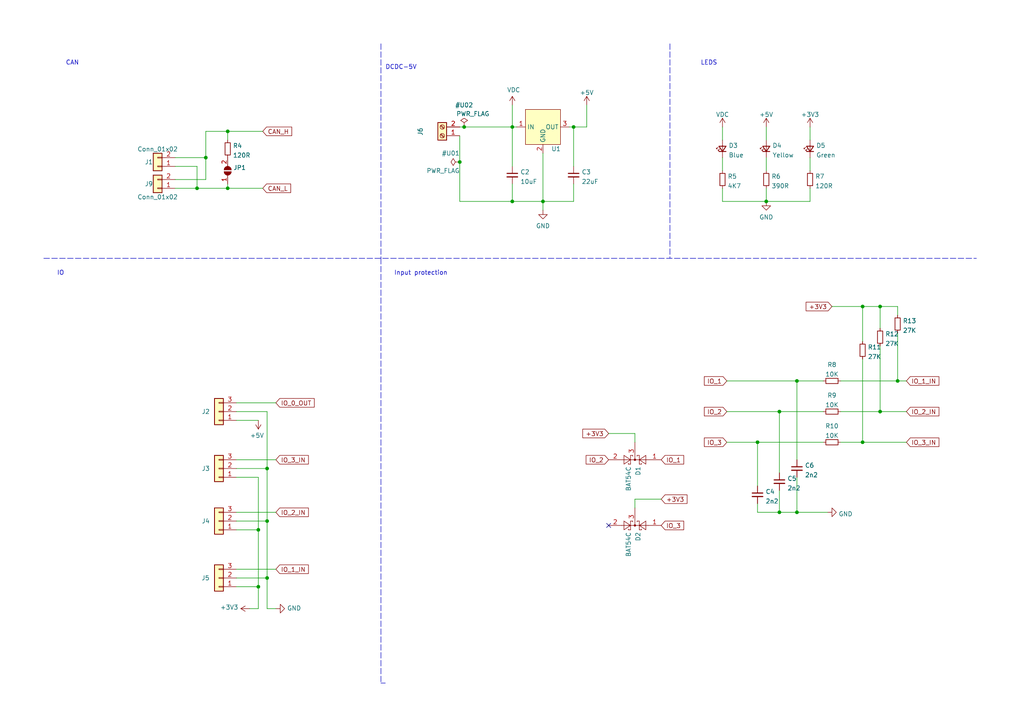
<source format=kicad_sch>
(kicad_sch (version 20211123) (generator eeschema)
  (paper "A4")
  (title_block (title "Canned ERCF Board") (date "2022-02-09") (rev "v1.0-beta2") (comment 1 "License: GPLv3") (comment 2 "by Gixxerfast based on design by Tircown"))
  (lib_symbols
    (symbol "Connector:Screw_Terminal_01x02" (pin_names (offset 1.016) hide)
      (property "Reference" "J" (at 0 2.54 0))
      (property "Value" "Screw_Terminal_01x02" (at 0 -5.08 0))
      (symbol "Screw_Terminal_01x02_1_1"
        (rectangle (start -1.27 1.27) (end 1.27 -3.81) (stroke (width 0.254)) (fill (type background)))
        (circle (center 0 -2.54) (radius 0.635) (stroke (width 0.1524)))
        (polyline (pts (xy -0.5334 -2.2098) (xy 0.3302 -3.048)) (stroke (width 0.1524)))
        (polyline (pts (xy -0.5334 0.3302) (xy 0.3302 -0.508)) (stroke (width 0.1524)))
        (polyline (pts (xy -0.3556 -2.032) (xy 0.508 -2.8702)) (stroke (width 0.1524)))
        (polyline (pts (xy -0.3556 0.508) (xy 0.508 -0.3302)) (stroke (width 0.1524)))
        (circle (center 0 0) (radius 0.635) (stroke (width 0.1524)))
        (pin passive line (at -5.08 0 0) (length 3.81) (name "Pin_1") (number "1"))
        (pin passive line (at -5.08 -2.54 0) (length 3.81) (name "Pin_2") (number "2"))
      )
    )
    (symbol "Connector_Generic:Conn_01x02" (pin_names (offset 1.016) hide)
      (property "Reference" "J" (at 0 2.54 0))
      (property "Value" "Conn_01x02" (at 0 -5.08 0))
      (symbol "Conn_01x02_1_1"
        (rectangle (start -1.27 -2.413) (end 0 -2.667) (stroke (width 0.1524)))
        (rectangle (start -1.27 0.127) (end 0 -0.127) (stroke (width 0.1524)))
        (rectangle (start -1.27 1.27) (end 1.27 -3.81) (stroke (width 0.254)) (fill (type background)))
        (pin passive line (at -5.08 0 0) (length 3.81) (name "Pin_1") (number "1"))
        (pin passive line (at -5.08 -2.54 0) (length 3.81) (name "Pin_2") (number "2"))
      )
    )
    (symbol "Connector_Generic:Conn_01x03" (pin_names (offset 1.016) hide)
      (property "Reference" "J" (at 0 5.08 0))
      (property "Value" "Conn_01x03" (at 0 -5.08 0))
      (symbol "Conn_01x03_1_1"
        (rectangle (start -1.27 -2.413) (end 0 -2.667) (stroke (width 0.1524)))
        (rectangle (start -1.27 0.127) (end 0 -0.127) (stroke (width 0.1524)))
        (rectangle (start -1.27 2.667) (end 0 2.413) (stroke (width 0.1524)))
        (rectangle (start -1.27 3.81) (end 1.27 -3.81) (stroke (width 0.254)) (fill (type background)))
        (pin passive line (at -5.08 2.54 0) (length 3.81) (name "Pin_1") (number "1"))
        (pin passive line (at -5.08 0 0) (length 3.81) (name "Pin_2") (number "2"))
        (pin passive line (at -5.08 -2.54 0) (length 3.81) (name "Pin_3") (number "3"))
      )
    )
    (symbol "Device:C_Small" (pin_numbers hide) (pin_names (offset 0.254) hide)
      (property "Reference" "C" (at 0.254 1.778 0))
      (property "Value" "C_Small" (at 0.254 -2.032 0))
      (symbol "C_Small_0_1"
        (polyline (pts (xy -1.524 -0.508) (xy 1.524 -0.508)) (stroke (width 0.3302)))
        (polyline (pts (xy -1.524 0.508) (xy 1.524 0.508)) (stroke (width 0.3048)))
      )
      (symbol "C_Small_1_1"
        (pin passive line (at 0 2.54 270) (length 2.032) (name "~") (number "1"))
        (pin passive line (at 0 -2.54 90) (length 2.032) (name "~") (number "2"))
      )
    )
    (symbol "Device:LED_Small" (pin_numbers hide) (pin_names (offset 0.254) hide)
      (property "Reference" "D" (at -1.27 3.175 0))
      (property "Value" "LED_Small" (at -4.445 -2.54 0))
      (symbol "LED_Small_0_1"
        (polyline (pts (xy -0.762 -1.016) (xy -0.762 1.016)) (stroke (width 0.254)))
        (polyline (pts (xy 1.016 0) (xy -0.762 0)))
        (polyline (pts (xy 0.762 -1.016) (xy -0.762 0) (xy 0.762 1.016) (xy 0.762 -1.016)) (stroke (width 0.254)))
        (polyline (pts (xy 0 0.762) (xy -0.508 1.27) (xy -0.254 1.27) (xy -0.508 1.27) (xy -0.508 1.016)))
        (polyline (pts (xy 0.508 1.27) (xy 0 1.778) (xy 0.254 1.778) (xy 0 1.778) (xy 0 1.524)))
      )
      (symbol "LED_Small_1_1"
        (pin passive line (at -2.54 0 0) (length 1.778) (name "K") (number "1"))
        (pin passive line (at 2.54 0 180) (length 1.778) (name "A") (number "2"))
      )
    )
    (symbol "Device:R_Small" (pin_numbers hide) (pin_names (offset 0.254) hide)
      (property "Reference" "R" (at 0.762 0.508 0))
      (property "Value" "R_Small" (at 0.762 -1.016 0))
      (symbol "R_Small_0_1"
        (rectangle (start -0.762 1.778) (end 0.762 -1.778) (stroke (width 0.2032)))
      )
      (symbol "R_Small_1_1"
        (pin passive line (at 0 2.54 270) (length 0.762) (name "~") (number "1"))
        (pin passive line (at 0 -2.54 90) (length 0.762) (name "~") (number "2"))
      )
    )
    (symbol "Diode:BAT54C" (pin_names (offset 1.016))
      (property "Reference" "D" (at 0.635 -3.81 0))
      (property "Value" "BAT54C" (at -6.35 3.175 0))
      (symbol "BAT54C_0_1"
        (polyline (pts (xy -1.905 0) (xy 1.905 0)))
        (polyline (pts (xy -1.905 1.27) (xy -1.905 1.016)))
        (polyline (pts (xy -1.27 -1.27) (xy -0.635 -1.27)))
        (polyline (pts (xy -1.27 0) (xy -3.81 0)))
        (polyline (pts (xy -1.27 1.27) (xy -1.905 1.27)))
        (polyline (pts (xy -1.27 1.27) (xy -1.27 -1.27)))
        (polyline (pts (xy -0.635 -1.27) (xy -0.635 -1.016)))
        (polyline (pts (xy 0.635 -1.27) (xy 0.635 -1.016)))
        (polyline (pts (xy 1.27 -1.27) (xy 0.635 -1.27)))
        (polyline (pts (xy 1.27 1.27) (xy 1.27 -1.27)))
        (polyline (pts (xy 1.27 1.27) (xy 1.905 1.27)))
        (polyline (pts (xy 1.905 1.27) (xy 1.905 1.016)))
        (polyline (pts (xy 3.81 0) (xy 1.27 0)))
        (polyline (pts (xy -3.175 -1.27) (xy -3.175 1.27) (xy -1.27 0) (xy -3.175 -1.27)))
        (polyline (pts (xy 3.175 -1.27) (xy 3.175 1.27) (xy 1.27 0) (xy 3.175 -1.27)))
        (circle (center 0 0) (radius 0.254) (fill (type outline)))
      )
      (symbol "BAT54C_1_1"
        (pin passive line (at -7.62 0 0) (length 3.81) (name "~") (number "1"))
        (pin passive line (at 7.62 0 180) (length 3.81) (name "~") (number "2"))
        (pin passive line (at 0 -5.08 90) (length 5.08) (name "~") (number "3"))
      )
    )
    (symbol "Jumper:SolderJumper_2_Open" (pin_names (offset 0) hide)
      (property "Reference" "JP" (at 0 2.032 0))
      (property "Value" "SolderJumper_2_Open" (at 0 -2.54 0))
      (symbol "SolderJumper_2_Open_0_1"
        (arc (start -0.254 1.016) (mid -1.27 0) (end -0.254 -1.016))
        (arc (start -0.254 1.016) (mid -1.27 0) (end -0.254 -1.016) (fill (type outline)))
        (polyline (pts (xy -0.254 1.016) (xy -0.254 -1.016)))
        (polyline (pts (xy 0.254 1.016) (xy 0.254 -1.016)))
        (arc (start 0.254 -1.016) (mid 1.27 0) (end 0.254 1.016))
        (arc (start 0.254 -1.016) (mid 1.27 0) (end 0.254 1.016) (fill (type outline)))
      )
      (symbol "SolderJumper_2_Open_1_1"
        (pin passive line (at -3.81 0 0) (length 2.54) (name "A") (number "1"))
        (pin passive line (at 3.81 0 180) (length 2.54) (name "B") (number "2"))
      )
    )
    (symbol "canned-ercf-board:Switching_Regulator_LMP78_05-1.5"
      (property "Reference" "U" (at -3.81 6.35 0))
      (property "Value" "Switching_Regulator_LMP78_05-1.5" (at -3.81 11.43 0))
      (symbol "Switching_Regulator_LMP78_05-1.5_0_1"
        (rectangle (start -5.08 5.08) (end 5.08 -5.08) (stroke (width 0.1524)) (fill (type background)))
      )
      (symbol "Switching_Regulator_LMP78_05-1.5_1_1"
        (pin power_in line (at -7.62 0 0) (length 2.54) (name "IN") (number "1"))
        (pin power_in line (at 0 -7.62 90) (length 2.54) (name "GND") (number "2"))
        (pin power_out line (at 7.62 0 180) (length 2.54) (name "OUT") (number "3"))
      )
    )
    (symbol "power:+3V3" (power) (pin_names (offset 0))
      (property "Value" "+3V3" (at 0 3.556 0))
      (symbol "+3V3_0_1"
        (polyline (pts (xy -0.762 1.27) (xy 0 2.54)))
        (polyline (pts (xy 0 0) (xy 0 2.54)))
        (polyline (pts (xy 0 2.54) (xy 0.762 1.27)))
      )
      (symbol "+3V3_1_1"
        (pin power_in line (at 0 0 90) (length 0) hide (name "+3V3") (number "1"))
      )
    )
    (symbol "power:+5V" (power) (pin_names (offset 0))
      (property "Value" "+5V" (at 0 3.556 0))
      (symbol "+5V_0_1"
        (polyline (pts (xy -0.762 1.27) (xy 0 2.54)))
        (polyline (pts (xy 0 0) (xy 0 2.54)))
        (polyline (pts (xy 0 2.54) (xy 0.762 1.27)))
      )
      (symbol "+5V_1_1"
        (pin power_in line (at 0 0 90) (length 0) hide (name "+5V") (number "1"))
      )
    )
    (symbol "power:GND" (power) (pin_names (offset 0))
      (property "Value" "GND" (at 0 -3.81 0))
      (symbol "GND_0_1"
        (polyline (pts (xy 0 0) (xy 0 -1.27) (xy 1.27 -1.27) (xy 0 -2.54) (xy -1.27 -1.27) (xy 0 -1.27)))
      )
      (symbol "GND_1_1"
        (pin power_in line (at 0 0 270) (length 0) hide (name "GND") (number "1"))
      )
    )
    (symbol "power:PWR_FLAG" (power) (pin_numbers hide) (pin_names (offset 0) hide)
      (property "Value" "PWR_FLAG" (at 0 3.81 0))
      (symbol "PWR_FLAG_0_0"
        (pin power_out line (at 0 0 90) (length 0) (name "pwr") (number "1"))
      )
      (symbol "PWR_FLAG_0_1"
        (polyline (pts (xy 0 0) (xy 0 1.27) (xy -1.016 1.905) (xy 0 2.54) (xy 1.016 1.905) (xy 0 1.27)))
      )
    )
    (symbol "power:VDC" (power) (pin_names (offset 0))
      (property "Value" "VDC" (at 0 6.35 0))
      (symbol "VDC_0_1"
        (polyline (pts (xy -0.762 1.27) (xy 0 2.54)))
        (polyline (pts (xy 0 0) (xy 0 2.54)))
        (polyline (pts (xy 0 2.54) (xy 0.762 1.27)))
      )
      (symbol "VDC_1_1"
        (pin power_in line (at 0 0 90) (length 0) hide (name "VDC") (number "1"))
      )
    )
  )
  (junction (at 231.14 148.59))
  (junction (at 148.59 58.42))
  (junction (at 157.48 58.42))
  (junction (at 148.59 36.83))
  (junction (at 219.71 128.27))
  (junction (at 250.19 128.27))
  (junction (at 133.35 46.99))
  (junction (at 77.47 135.89))
  (junction (at 74.93 153.67))
  (junction (at 250.19 88.9))
  (junction (at 57.15 54.61))
  (junction (at 231.14 110.49))
  (junction (at 226.06 148.59))
  (junction (at 255.27 88.9))
  (junction (at 226.06 119.38))
  (junction (at 255.27 119.38))
  (junction (at 66.04 38.1))
  (junction (at 77.47 167.64))
  (junction (at 260.35 110.49))
  (junction (at 77.47 151.13))
  (junction (at 222.25 58.42))
  (junction (at 66.04 54.61))
  (junction (at 166.37 36.83))
  (junction (at 74.93 170.18))
  (junction (at 134.62 36.83))
  (junction (at 59.69 45.72))
  (no_connect (at 176.53 152.4))
  (wire (pts (xy 57.15 48.26) (xy 57.15 54.61)))
  (wire (pts (xy 77.47 167.64) (xy 77.47 176.53)))
  (wire (pts (xy 165.1 36.83) (xy 166.37 36.83)))
  (wire (pts (xy 74.93 170.18) (xy 74.93 176.53)))
  (wire (pts (xy 184.15 144.78) (xy 184.15 147.32)))
  (wire (pts (xy 59.69 38.1) (xy 59.69 45.72)))
  (wire (pts (xy 68.58 119.38) (xy 77.47 119.38)))
  (wire (pts (xy 219.71 128.27) (xy 238.76 128.27)))
  (polyline (pts (xy 110.49 198.12) (xy 111.76 198.12)))
  (wire (pts (xy 234.95 58.42) (xy 222.25 58.42)))
  (wire (pts (xy 166.37 53.34) (xy 166.37 58.42)))
  (wire (pts (xy 209.55 45.72) (xy 209.55 49.53)))
  (wire (pts (xy 133.35 36.83) (xy 134.62 36.83)))
  (wire (pts (xy 166.37 36.83) (xy 170.18 36.83)))
  (wire (pts (xy 250.19 128.27) (xy 262.89 128.27)))
  (wire (pts (xy 50.8 52.07) (xy 59.69 52.07)))
  (wire (pts (xy 209.55 36.83) (xy 209.55 40.64)))
  (wire (pts (xy 250.19 88.9) (xy 250.19 99.06)))
  (wire (pts (xy 134.62 36.83) (xy 148.59 36.83)))
  (wire (pts (xy 68.58 167.64) (xy 77.47 167.64)))
  (wire (pts (xy 50.8 45.72) (xy 59.69 45.72)))
  (wire (pts (xy 243.84 119.38) (xy 255.27 119.38)))
  (wire (pts (xy 77.47 135.89) (xy 77.47 151.13)))
  (wire (pts (xy 209.55 54.61) (xy 209.55 58.42)))
  (wire (pts (xy 219.71 148.59) (xy 226.06 148.59)))
  (wire (pts (xy 66.04 38.1) (xy 66.04 40.64)))
  (wire (pts (xy 66.04 54.61) (xy 76.2 54.61)))
  (wire (pts (xy 74.93 176.53) (xy 72.39 176.53)))
  (wire (pts (xy 68.58 165.1) (xy 80.01 165.1)))
  (polyline (pts (xy 110.49 74.93) (xy 110.49 198.12)))
  (wire (pts (xy 219.71 146.05) (xy 219.71 148.59)))
  (wire (pts (xy 157.48 58.42) (xy 157.48 60.96)))
  (wire (pts (xy 77.47 176.53) (xy 80.01 176.53)))
  (wire (pts (xy 222.25 36.83) (xy 222.25 40.64)))
  (wire (pts (xy 250.19 88.9) (xy 255.27 88.9)))
  (wire (pts (xy 166.37 36.83) (xy 166.37 48.26)))
  (wire (pts (xy 50.8 54.61) (xy 57.15 54.61)))
  (wire (pts (xy 241.3 88.9) (xy 250.19 88.9)))
  (wire (pts (xy 260.35 110.49) (xy 262.89 110.49)))
  (wire (pts (xy 219.71 128.27) (xy 219.71 140.97)))
  (wire (pts (xy 234.95 45.72) (xy 234.95 49.53)))
  (wire (pts (xy 234.95 36.83) (xy 234.95 40.64)))
  (wire (pts (xy 210.82 128.27) (xy 219.71 128.27)))
  (wire (pts (xy 74.93 121.92) (xy 68.58 121.92)))
  (wire (pts (xy 74.93 138.43) (xy 68.58 138.43)))
  (wire (pts (xy 176.53 125.73) (xy 184.15 125.73)))
  (polyline (pts (xy 194.31 12.7) (xy 194.31 74.93)))
  (wire (pts (xy 222.25 45.72) (xy 222.25 49.53)))
  (wire (pts (xy 74.93 153.67) (xy 74.93 170.18)))
  (wire (pts (xy 231.14 148.59) (xy 240.03 148.59)))
  (wire (pts (xy 148.59 58.42) (xy 157.48 58.42)))
  (wire (pts (xy 255.27 100.33) (xy 255.27 119.38)))
  (wire (pts (xy 66.04 53.34) (xy 66.04 54.61)))
  (wire (pts (xy 68.58 151.13) (xy 77.47 151.13)))
  (wire (pts (xy 243.84 128.27) (xy 250.19 128.27)))
  (wire (pts (xy 191.77 144.78) (xy 184.15 144.78)))
  (wire (pts (xy 226.06 119.38) (xy 226.06 137.16)))
  (wire (pts (xy 50.8 48.26) (xy 57.15 48.26)))
  (wire (pts (xy 68.58 148.59) (xy 80.01 148.59)))
  (wire (pts (xy 250.19 104.14) (xy 250.19 128.27)))
  (wire (pts (xy 210.82 110.49) (xy 231.14 110.49)))
  (wire (pts (xy 77.47 151.13) (xy 77.47 167.64)))
  (wire (pts (xy 133.35 39.37) (xy 133.35 46.99)))
  (wire (pts (xy 255.27 119.38) (xy 262.89 119.38)))
  (wire (pts (xy 148.59 53.34) (xy 148.59 58.42)))
  (wire (pts (xy 231.14 110.49) (xy 238.76 110.49)))
  (wire (pts (xy 74.93 138.43) (xy 74.93 153.67)))
  (wire (pts (xy 226.06 148.59) (xy 231.14 148.59)))
  (wire (pts (xy 66.04 38.1) (xy 76.2 38.1)))
  (wire (pts (xy 166.37 58.42) (xy 157.48 58.42)))
  (wire (pts (xy 243.84 110.49) (xy 260.35 110.49)))
  (wire (pts (xy 222.25 54.61) (xy 222.25 58.42)))
  (wire (pts (xy 68.58 116.84) (xy 80.01 116.84)))
  (wire (pts (xy 59.69 45.72) (xy 59.69 52.07)))
  (wire (pts (xy 148.59 36.83) (xy 149.86 36.83)))
  (wire (pts (xy 184.15 125.73) (xy 184.15 128.27)))
  (wire (pts (xy 68.58 153.67) (xy 74.93 153.67)))
  (wire (pts (xy 234.95 54.61) (xy 234.95 58.42)))
  (wire (pts (xy 133.35 58.42) (xy 148.59 58.42)))
  (wire (pts (xy 57.15 54.61) (xy 66.04 54.61)))
  (wire (pts (xy 226.06 119.38) (xy 238.76 119.38)))
  (wire (pts (xy 59.69 38.1) (xy 66.04 38.1)))
  (wire (pts (xy 260.35 96.52) (xy 260.35 110.49)))
  (polyline (pts (xy 12.7 74.93) (xy 283.21 74.93)))
  (wire (pts (xy 255.27 88.9) (xy 255.27 95.25)))
  (wire (pts (xy 170.18 30.48) (xy 170.18 36.83)))
  (wire (pts (xy 260.35 88.9) (xy 260.35 91.44)))
  (wire (pts (xy 133.35 46.99) (xy 133.35 58.42)))
  (wire (pts (xy 157.48 44.45) (xy 157.48 58.42)))
  (wire (pts (xy 77.47 119.38) (xy 77.47 135.89)))
  (wire (pts (xy 68.58 170.18) (xy 74.93 170.18)))
  (wire (pts (xy 231.14 110.49) (xy 231.14 133.35)))
  (wire (pts (xy 255.27 88.9) (xy 260.35 88.9)))
  (wire (pts (xy 77.47 135.89) (xy 68.58 135.89)))
  (wire (pts (xy 68.58 133.35) (xy 80.01 133.35)))
  (wire (pts (xy 148.59 30.48) (xy 148.59 36.83)))
  (wire (pts (xy 148.59 36.83) (xy 148.59 48.26)))
  (wire (pts (xy 231.14 138.43) (xy 231.14 148.59)))
  (wire (pts (xy 226.06 142.24) (xy 226.06 148.59)))
  (wire (pts (xy 210.82 119.38) (xy 226.06 119.38)))
  (polyline (pts (xy 110.49 12.7) (xy 110.49 74.93)))
  (wire (pts (xy 209.55 58.42) (xy 222.25 58.42)))
  (text "CAN" (at 19.05 19.05 0) (effects (font (size 1.27 1.27)) (justify left bottom)))
  (text "Input protection" (at 114.3 80.01 0) (effects (font (size 1.27 1.27)) (justify left bottom)))
  (text "IO" (at 16.51 80.01 0) (effects (font (size 1.27 1.27)) (justify left bottom)))
  (text "LEDS" (at 203.2 19.05 0) (effects (font (size 1.27 1.27)) (justify left bottom)))
  (text "DCDC-5V" (at 111.76 20.32 0) (effects (font (size 1.27 1.27)) (justify left bottom)))
  (global_label "IO_2_IN" (shape input) (at 262.89 119.38 0) (property "Intersheet References" "${INTERSHEET_REFS}" (effects hide)))
  (global_label "IO_0_OUT" (shape input) (at 80.01 116.84 0) (property "Intersheet References" "${INTERSHEET_REFS}" (effects hide)))
  (global_label "+3V3" (shape input) (at 176.53 125.73 180) (property "Intersheet References" "${INTERSHEET_REFS}" (effects hide)))
  (global_label "IO_1_IN" (shape input) (at 262.89 110.49 0) (property "Intersheet References" "${INTERSHEET_REFS}" (effects hide)))
  (global_label "IO_1" (shape input) (at 191.77 133.35 0) (property "Intersheet References" "${INTERSHEET_REFS}" (effects hide)))
  (global_label "IO_1_IN" (shape input) (at 80.01 165.1 0) (property "Intersheet References" "${INTERSHEET_REFS}" (effects hide)))
  (global_label "+3V3" (shape input) (at 241.3 88.9 180) (property "Intersheet References" "${INTERSHEET_REFS}" (effects hide)))
  (global_label "CAN_H" (shape input) (at 76.2 38.1 0) (property "Intersheet References" "${INTERSHEET_REFS}" (effects hide)))
  (global_label "IO_2_IN" (shape input) (at 80.01 148.59 0) (property "Intersheet References" "${INTERSHEET_REFS}" (effects hide)))
  (global_label "IO_2" (shape input) (at 210.82 119.38 180) (property "Intersheet References" "${INTERSHEET_REFS}" (effects hide)))
  (global_label "IO_3" (shape input) (at 210.82 128.27 180) (property "Intersheet References" "${INTERSHEET_REFS}" (effects hide)))
  (global_label "IO_3" (shape input) (at 191.77 152.4 0) (property "Intersheet References" "${INTERSHEET_REFS}" (effects hide)))
  (global_label "IO_2" (shape input) (at 176.53 133.35 180) (property "Intersheet References" "${INTERSHEET_REFS}" (effects hide)))
  (global_label "IO_1" (shape input) (at 210.82 110.49 180) (property "Intersheet References" "${INTERSHEET_REFS}" (effects hide)))
  (global_label "CAN_L" (shape input) (at 76.2 54.61 0) (property "Intersheet References" "${INTERSHEET_REFS}" (effects hide)))
  (global_label "+3V3" (shape input) (at 191.77 144.78 0) (property "Intersheet References" "${INTERSHEET_REFS}" (effects hide)))
  (global_label "IO_3_IN" (shape input) (at 262.89 128.27 0) (property "Intersheet References" "${INTERSHEET_REFS}" (effects hide)))
  (global_label "IO_3_IN" (shape input) (at 80.01 133.35 0) (property "Intersheet References" "${INTERSHEET_REFS}" (effects hide)))
  (symbol (lib_id "power:VDC") (at 209.55 36.83 0) (unit 1)
    (property "Reference" "#PWR0101" (effects hide))
    (property "Value" "VDC" (at 209.55 33.2255 0))
  )
  (symbol (lib_id "Device:R_Small") (at 234.95 52.07 0) (unit 1)
    (property "Reference" "R7" (at 236.4486 51.1615 0) (effects (justify left)))
    (property "Value" "120R" (at 236.4486 53.9366 0) (effects (justify left)))
    (property "Footprint" "Resistor_SMD:R_0603_1608Metric" (effects hide))
    (property "LCSC" "C22787" (effects hide))
    (property "Part" "0603WAF1200T5E" (effects hide))
  )
  (symbol (lib_id "Connector:Screw_Terminal_01x02") (at 128.27 39.37 180) (unit 1) (in_bom no)
    (property "Reference" "J6" (at 121.92 39.37 90) (effects (justify right)))
    (property "Value" "Screw_Terminal_01x02" (effects hide))
    (property "Footprint" "canned-ercf-board:TerminalBlock_bornier-2_P5.08mm_2" (effects hide))
    (property "LCSC" "C91153" (effects hide))
    (property "Part" "1729128" (effects hide))
  )
  (symbol (lib_id "Connector_Generic:Conn_01x02") (at 45.72 48.26 180) (unit 1) (in_bom no)
    (property "Reference" "J1" (at 43.18 46.99 0))
    (property "Value" "Conn_01x02" (at 45.72 43.2586 0))
    (property "Footprint" "Connector_Molex:Molex_KK-254_AE-6410-02A_1x02_P2.54mm_Vertical" (effects hide))
  )
  (symbol (lib_id "Connector_Generic:Conn_01x03") (at 63.5 151.13 180) (unit 1) (in_bom no)
    (property "Reference" "J4" (at 59.69 151.13 0))
    (property "Value" "Conn_01x03_Male" (effects hide))
    (property "Footprint" "Connector_Molex:Molex_KK-254_AE-6410-03A_1x03_P2.54mm_Vertical" (effects hide))
  )
  (symbol (lib_id "Device:R_Small") (at 241.3 119.38 90) (unit 1)
    (property "Reference" "R9" (at 241.3 114.6769 90))
    (property "Value" "10K" (at 241.3 117.452 90))
    (property "Footprint" "Resistor_SMD:R_0603_1608Metric" (effects hide))
    (property "LCSC" "C25804" (effects hide))
    (property "Part" "0603WAF1002T5E" (effects hide))
  )
  (symbol (lib_id "power:+5V") (at 170.18 30.48 0) (unit 1)
    (property "Reference" "#PWR0104" (effects hide))
    (property "Value" "+5V" (at 170.18 26.8755 0))
  )
  (symbol (lib_id "power:+5V") (at 222.25 36.83 0) (unit 1)
    (property "Reference" "#PWR0102" (effects hide))
    (property "Value" "+5V" (at 222.25 33.2255 0))
  )
  (symbol (lib_id "Connector_Generic:Conn_01x03") (at 63.5 135.89 180) (unit 1) (in_bom no)
    (property "Reference" "J3" (at 59.69 135.89 0))
    (property "Value" "Conn_01x03_Male" (effects hide))
    (property "Footprint" "Connector_Molex:Molex_KK-254_AE-6410-03A_1x03_P2.54mm_Vertical" (effects hide))
  )
  (symbol (lib_id "Device:R_Small") (at 241.3 128.27 90) (unit 1)
    (property "Reference" "R10" (at 241.3 123.5669 90))
    (property "Value" "10K" (at 241.3 126.342 90))
    (property "Footprint" "Resistor_SMD:R_0603_1608Metric" (effects hide))
    (property "LCSC" "C25804" (effects hide))
    (property "Part" "0603WAF1002T5E" (effects hide))
  )
  (symbol (lib_id "Connector_Generic:Conn_01x03") (at 63.5 167.64 180) (unit 1) (in_bom no)
    (property "Reference" "J5" (at 58.42 167.64 0) (effects (justify right)))
    (property "Value" "Conn_01x03_Male" (effects hide))
    (property "Footprint" "Connector_Molex:Molex_KK-254_AE-6410-03A_1x03_P2.54mm_Vertical" (effects hide))
  )
  (symbol (lib_id "Device:R_Small") (at 222.25 52.07 0) (unit 1)
    (property "Reference" "R6" (at 223.7486 51.1615 0) (effects (justify left)))
    (property "Value" "390R" (at 223.7486 53.9366 0) (effects (justify left)))
    (property "Footprint" "Resistor_SMD:R_0603_1608Metric" (effects hide))
    (property "LCSC" "C23151" (effects hide))
    (property "Part" "0603WAF3900T5E" (effects hide))
  )
  (symbol (lib_id "Device:C_Small") (at 219.71 143.51 0) (unit 1)
    (property "Reference" "C4" (at 222.0341 142.6078 0) (effects (justify left)))
    (property "Value" "2n2" (at 222.0341 145.3829 0) (effects (justify left)))
    (property "Footprint" "Capacitor_SMD:C_0603_1608Metric" (effects hide))
    (property "LCSC" "C1604" (effects hide))
    (property "Part" "0603B222K500NT" (effects hide))
  )
  (symbol (lib_id "canned-ercf-board:Switching_Regulator_LMP78_05-1.5") (at 157.48 36.83 0) (unit 1) (in_bom no)
    (property "Reference" "U1" (at 161.29 43.18 0))
    (property "Value" "Switching_Regulator_LMP78_05-1.5" (effects hide))
    (property "Footprint" "canned-ercf-board:Switching_regulator_POL_LMP78_1.5" (effects hide))
  )
  (symbol (lib_id "power:VDC") (at 148.59 30.48 0) (unit 1)
    (property "Reference" "#PWR0110" (effects hide))
    (property "Value" "VDC" (at 148.971 26.0858 0))
  )
  (symbol (lib_id "Device:R_Small") (at 250.19 101.6 0) (unit 1)
    (property "Reference" "R11" (at 251.6886 100.6915 0) (effects (justify left)))
    (property "Value" "27K" (at 251.6886 103.4666 0) (effects (justify left)))
    (property "Footprint" "Resistor_SMD:R_0603_1608Metric" (effects hide))
    (property "LCSC" "C22967" (effects hide))
    (property "Part" "0603WAF2702T5E" (effects hide))
  )
  (symbol (lib_id "power:PWR_FLAG") (at 134.62 36.83 0) (unit 1)
    (property "Reference" "#U02" (at 134.62 30.48 0))
    (property "Value" "PWR_FLAG" (at 137.16 33.02 0))
  )
  (symbol (lib_id "power:GND") (at 240.03 148.59 90) (unit 1)
    (property "Reference" "#PWR0109" (effects hide))
    (property "Value" "GND" (at 243.205 149.069 90) (effects (justify right)))
  )
  (symbol (lib_id "Device:R_Small") (at 209.55 52.07 0) (unit 1)
    (property "Reference" "R5" (at 211.0486 51.1615 0) (effects (justify left)))
    (property "Value" "4K7" (at 211.0486 53.9366 0) (effects (justify left)))
    (property "Footprint" "Resistor_SMD:R_0603_1608Metric" (effects hide))
    (property "LCSC" "C23162" (effects hide))
    (property "Part" "0603WAF4701T5E" (effects hide))
  )
  (symbol (lib_id "power:GND") (at 80.01 176.53 90) (unit 1)
    (property "Reference" "#PWR0107" (effects hide))
    (property "Value" "GND" (at 83.2612 176.403 90) (effects (justify right)))
  )
  (symbol (lib_id "Device:R_Small") (at 241.3 110.49 90) (unit 1)
    (property "Reference" "R8" (at 241.3 105.7869 90))
    (property "Value" "10K" (at 241.3 108.562 90))
    (property "Footprint" "Resistor_SMD:R_0603_1608Metric" (effects hide))
    (property "LCSC" "C25804" (effects hide))
    (property "Part" "0603WAF1002T5E" (effects hide))
  )
  (symbol (lib_id "Device:C_Small") (at 231.14 135.89 0) (unit 1)
    (property "Reference" "C6" (at 233.4641 134.9878 0) (effects (justify left)))
    (property "Value" "2n2" (at 233.4641 137.7629 0) (effects (justify left)))
    (property "Footprint" "Capacitor_SMD:C_0603_1608Metric" (effects hide))
    (property "LCSC" "C1604" (effects hide))
    (property "Part" "0603B222K500NT" (effects hide))
  )
  (symbol (lib_id "Diode:BAT54C") (at 184.15 152.4 180) (unit 1)
    (property "Reference" "D2" (at 185.0585 154.305 90) (effects (justify left)))
    (property "Value" "BAT54C" (at 182.2834 154.305 90) (effects (justify left)))
    (property "Footprint" "Package_TO_SOT_SMD:SOT-23" (effects hide))
    (property "Datasheet" "http://www.diodes.com/_files/datasheets/ds11005.pdf" (effects hide))
    (property "LCSC" "C37704" (effects hide))
    (property "Part" "BAT54C,215" (effects hide))
  )
  (symbol (lib_id "Device:R_Small") (at 66.04 43.18 0) (unit 1)
    (property "Reference" "R4" (at 67.5386 42.2715 0) (effects (justify left)))
    (property "Value" "120R" (at 67.5386 45.0466 0) (effects (justify left)))
    (property "Footprint" "Resistor_SMD:R_0603_1608Metric" (effects hide))
    (property "LCSC" "C22787" (effects hide))
    (property "Part" "0603WAF1200T5E" (effects hide))
  )
  (symbol (lib_id "Diode:BAT54C") (at 184.15 133.35 180) (unit 1)
    (property "Reference" "D1" (at 185.0585 135.255 90) (effects (justify left)))
    (property "Value" "BAT54C" (at 182.2834 135.255 90) (effects (justify left)))
    (property "Footprint" "Package_TO_SOT_SMD:SOT-23" (effects hide))
    (property "Datasheet" "http://www.diodes.com/_files/datasheets/ds11005.pdf" (effects hide))
    (property "LCSC" "C37704" (effects hide))
    (property "Part" "BAT54C,215" (effects hide))
  )
  (symbol (lib_id "power:+3V3") (at 72.39 176.53 90) (unit 1)
    (property "Reference" "#PWR0106" (effects hide))
    (property "Value" "+3V3" (at 69.1388 176.149 90) (effects (justify left)))
  )
  (symbol (lib_id "Connector_Generic:Conn_01x02") (at 45.72 54.61 180) (unit 1) (in_bom no)
    (property "Reference" "J9" (at 43.18 53.34 0))
    (property "Value" "Conn_01x02" (at 45.72 57.15 0))
    (property "Footprint" "Connector_Molex:Molex_KK-254_AE-6410-02A_1x02_P2.54mm_Vertical" (effects hide))
  )
  (symbol (lib_id "Jumper:SolderJumper_2_Open") (at 66.04 49.53 90) (unit 1) (in_bom no)
    (property "Reference" "JP1" (at 67.691 48.6215 90) (effects (justify right)))
    (property "Value" "SolderJumper_2_Open" (effects hide))
    (property "Footprint" "Jumper:SolderJumper-2_P1.3mm_Open_TrianglePad1.0x1.5mm" (effects hide))
  )
  (symbol (lib_id "power:GND") (at 157.48 60.96 0) (unit 1)
    (property "Reference" "#PWR0105" (effects hide))
    (property "Value" "GND" (at 157.48 65.5225 0))
  )
  (symbol (lib_id "Device:C_Small") (at 166.37 50.8 0) (unit 1)
    (property "Reference" "C3" (at 168.6941 49.8978 0) (effects (justify left)))
    (property "Value" "22uF" (at 168.6941 52.6729 0) (effects (justify left)))
    (property "Footprint" "Capacitor_SMD:C_0805_2012Metric" (effects hide))
    (property "LCSC" "C45783" (effects hide))
    (property "Part" "CL21A226MAQNNNE" (effects hide))
  )
  (symbol (lib_id "Device:LED_Small") (at 222.25 43.18 90) (unit 1)
    (property "Reference" "D4" (at 224.028 42.208 90) (effects (justify right)))
    (property "Value" "Yellow" (at 224.028 44.9831 90) (effects (justify right)))
    (property "Footprint" "LED_SMD:LED_0603_1608Metric" (effects hide))
    (property "LCSC" "C72038" (effects hide))
    (property "Part" "19-213/Y2C-CQ2R2L/3T(CY)" (effects hide))
  )
  (symbol (lib_id "power:GND") (at 222.25 58.42 0) (unit 1)
    (property "Reference" "#PWR0103" (effects hide))
    (property "Value" "GND" (at 222.25 62.9825 0))
  )
  (symbol (lib_id "Device:C_Small") (at 148.59 50.8 0) (unit 1)
    (property "Reference" "C2" (at 150.9141 49.8978 0) (effects (justify left)))
    (property "Value" "10uF" (at 150.9141 52.6729 0) (effects (justify left)))
    (property "Footprint" "Capacitor_SMD:C_0805_2012Metric" (effects hide))
    (property "LCSC" "C440198" (effects hide))
    (property "Part" "GRM21BR61H106KE43L" (effects hide))
  )
  (symbol (lib_id "power:PWR_FLAG") (at 133.35 46.99 90) (unit 1)
    (property "Reference" "#U01" (at 133.35 44.45 90) (effects (justify left)))
    (property "Value" "PWR_FLAG" (at 133.35 49.53 90) (effects (justify left)))
  )
  (symbol (lib_id "power:+3V3") (at 234.95 36.83 0) (unit 1)
    (property "Reference" "#PWR0111" (effects hide))
    (property "Value" "+3V3" (at 234.95 33.2255 0))
  )
  (symbol (lib_id "Connector_Generic:Conn_01x03") (at 63.5 119.38 180) (unit 1) (in_bom no)
    (property "Reference" "J2" (at 59.69 119.38 0))
    (property "Value" "Conn_01x03_Male" (effects hide))
    (property "Footprint" "Connector_Molex:Molex_KK-254_AE-6410-03A_1x03_P2.54mm_Vertical" (effects hide))
  )
  (symbol (lib_id "Device:C_Small") (at 226.06 139.7 0) (unit 1)
    (property "Reference" "C5" (at 228.3841 138.7978 0) (effects (justify left)))
    (property "Value" "2n2" (at 228.3841 141.5729 0) (effects (justify left)))
    (property "Footprint" "Capacitor_SMD:C_0603_1608Metric" (effects hide))
    (property "LCSC" "C1604" (effects hide))
    (property "Part" "0603B222K500NT" (effects hide))
  )
  (symbol (lib_id "power:+5V") (at 74.93 121.92 180) (unit 1)
    (property "Reference" "#PWR0108" (effects hide))
    (property "Value" "+5V" (at 74.549 126.3142 0))
  )
  (symbol (lib_id "Device:LED_Small") (at 234.95 43.18 90) (unit 1)
    (property "Reference" "D5" (at 236.728 42.208 90) (effects (justify right)))
    (property "Value" "Green" (at 236.728 44.9831 90) (effects (justify right)))
    (property "Footprint" "LED_SMD:LED_0603_1608Metric" (effects hide))
    (property "LCSC" "C72043" (effects hide))
    (property "Part" "19-217/GHC-YR1S2/3T" (effects hide))
  )
  (symbol (lib_id "Device:LED_Small") (at 209.55 43.18 90) (unit 1)
    (property "Reference" "D3" (at 211.328 42.208 90) (effects (justify right)))
    (property "Value" "Blue" (at 211.328 44.9831 90) (effects (justify right)))
    (property "Footprint" "LED_SMD:LED_0603_1608Metric" (effects hide))
    (property "LCSC" "C72041" (effects hide))
    (property "Part" "19-217/BHC-ZL1M2RY/3T" (effects hide))
  )
  (symbol (lib_id "Device:R_Small") (at 255.27 97.79 0) (unit 1)
    (property "Reference" "R12" (at 256.7686 96.8815 0) (effects (justify left)))
    (property "Value" "27K" (at 256.7686 99.6566 0) (effects (justify left)))
    (property "Footprint" "Resistor_SMD:R_0603_1608Metric" (effects hide))
    (property "LCSC" "C22967" (effects hide))
    (property "Part" "0603WAF2702T5E" (effects hide))
  )
  (symbol (lib_id "Device:R_Small") (at 260.35 93.98 0) (unit 1)
    (property "Reference" "R13" (at 261.8486 93.0715 0) (effects (justify left)))
    (property "Value" "27K" (at 261.8486 95.8466 0) (effects (justify left)))
    (property "Footprint" "Resistor_SMD:R_0603_1608Metric" (effects hide))
    (property "LCSC" "C22967" (effects hide))
    (property "Part" "0603WAF2702T5E" (effects hide))
  )
)
</source>
